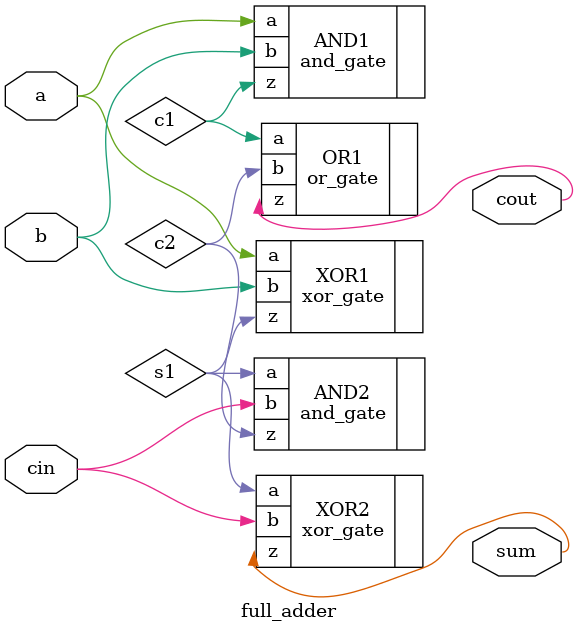
<source format=sv>
module top_module (
  input a,
  input b,
  input cin,
  output cout,
  output sum
);

  // Internal signals
  wire s1, c1, c2;

  // Instantiate the full adder component
  full_adder FA1(.a(a), .b(b), .cin(cin), .sum(s1), .cout(c1));
  full_adder FA2(.a(s1), .b(cin), .cin(c1), .sum(sum), .cout(c2));

  // Assign the carry-out signal
  assign cout = c2;

endmodule
module full_adder (
  input a,
  input b,
  input cin,
  output sum,
  output cout
);
  wire s1, c1, c2;

  // XOR gates for sum and carry-out
  xor_gate XOR1(.a(a), .b(b), .z(s1));
  xor_gate XOR2(.a(s1), .b(cin), .z(sum));

  // AND gates for carry-in and carry-out
  and_gate AND1(.a(a), .b(b), .z(c1));
  and_gate AND2(.a(s1), .b(cin), .z(c2));

  // OR gate for final carry-out
  or_gate OR1(.a(c1), .b(c2), .z(cout));
 
endmodule

</source>
